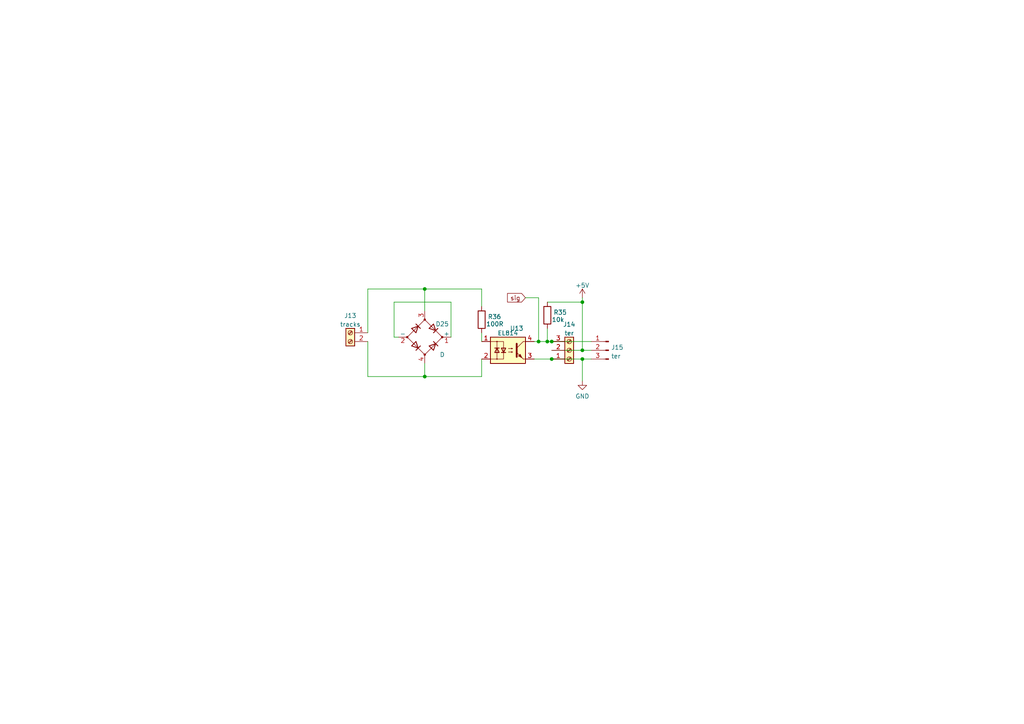
<source format=kicad_sch>
(kicad_sch (version 20230121) (generator eeschema)
  (paper "A4")
  (lib_symbols
    (symbol "Connector:Conn_01x03_Male" (pin_names (offset 1.016) hide)
      (property "Reference" "J" (at 0 5.08 0))
      (property "Value" "Conn_01x03_Male" (at 0 -5.08 0))
      (symbol "Conn_01x03_Male_1_1"
        (polyline (pts (xy 1.27 -2.54) (xy 0.8636 -2.54)) (stroke (width 0.1524)))
        (polyline (pts (xy 1.27 0) (xy 0.8636 0)) (stroke (width 0.1524)))
        (polyline (pts (xy 1.27 2.54) (xy 0.8636 2.54)) (stroke (width 0.1524)))
        (rectangle (start 0.8636 -2.413) (end 0 -2.667) (stroke (width 0.1524)) (fill (type outline)))
        (rectangle (start 0.8636 0.127) (end 0 -0.127) (stroke (width 0.1524)) (fill (type outline)))
        (rectangle (start 0.8636 2.667) (end 0 2.413) (stroke (width 0.1524)) (fill (type outline)))
        (pin passive line (at 5.08 2.54 180) (length 3.81) (name "Pin_1") (number "1"))
        (pin passive line (at 5.08 0 180) (length 3.81) (name "Pin_2") (number "2"))
        (pin passive line (at 5.08 -2.54 180) (length 3.81) (name "Pin_3") (number "3"))
      )
    )
    (symbol "Connector:Screw_Terminal_01x02" (pin_names (offset 1.016) hide)
      (property "Reference" "J" (at 0 2.54 0))
      (property "Value" "Screw_Terminal_01x02" (at 0 -5.08 0))
      (symbol "Screw_Terminal_01x02_1_1"
        (rectangle (start -1.27 1.27) (end 1.27 -3.81) (stroke (width 0.254)) (fill (type background)))
        (circle (center 0 -2.54) (radius 0.635) (stroke (width 0.1524)))
        (polyline (pts (xy -0.5334 -2.2098) (xy 0.3302 -3.048)) (stroke (width 0.1524)))
        (polyline (pts (xy -0.5334 0.3302) (xy 0.3302 -0.508)) (stroke (width 0.1524)))
        (polyline (pts (xy -0.3556 -2.032) (xy 0.508 -2.8702)) (stroke (width 0.1524)))
        (polyline (pts (xy -0.3556 0.508) (xy 0.508 -0.3302)) (stroke (width 0.1524)))
        (circle (center 0 0) (radius 0.635) (stroke (width 0.1524)))
        (pin passive line (at -5.08 0 0) (length 3.81) (name "Pin_1") (number "1"))
        (pin passive line (at -5.08 -2.54 0) (length 3.81) (name "Pin_2") (number "2"))
      )
    )
    (symbol "Connector:Screw_Terminal_01x03" (pin_names (offset 1.016) hide)
      (property "Reference" "J" (at 0 5.08 0))
      (property "Value" "Screw_Terminal_01x03" (at 0 -5.08 0))
      (symbol "Screw_Terminal_01x03_1_1"
        (rectangle (start -1.27 3.81) (end 1.27 -3.81) (stroke (width 0.254)) (fill (type background)))
        (circle (center 0 -2.54) (radius 0.635) (stroke (width 0.1524)))
        (polyline (pts (xy -0.5334 -2.2098) (xy 0.3302 -3.048)) (stroke (width 0.1524)))
        (polyline (pts (xy -0.5334 0.3302) (xy 0.3302 -0.508)) (stroke (width 0.1524)))
        (polyline (pts (xy -0.5334 2.8702) (xy 0.3302 2.032)) (stroke (width 0.1524)))
        (polyline (pts (xy -0.3556 -2.032) (xy 0.508 -2.8702)) (stroke (width 0.1524)))
        (polyline (pts (xy -0.3556 0.508) (xy 0.508 -0.3302)) (stroke (width 0.1524)))
        (polyline (pts (xy -0.3556 3.048) (xy 0.508 2.2098)) (stroke (width 0.1524)))
        (circle (center 0 0) (radius 0.635) (stroke (width 0.1524)))
        (circle (center 0 2.54) (radius 0.635) (stroke (width 0.1524)))
        (pin passive line (at -5.08 2.54 0) (length 3.81) (name "Pin_1") (number "1"))
        (pin passive line (at -5.08 0 0) (length 3.81) (name "Pin_2") (number "2"))
        (pin passive line (at -5.08 -2.54 0) (length 3.81) (name "Pin_3") (number "3"))
      )
    )
    (symbol "Device:D_Bridge_+-AA" (pin_names (offset 0))
      (property "Reference" "D" (at 2.54 6.985 0))
      (property "Value" "D_Bridge_+-AA" (at 2.54 5.08 0))
      (symbol "D_Bridge_+-AA_0_1"
        (circle (center -5.08 0) (radius 0.254) (fill (type outline)))
        (circle (center 0 -5.08) (radius 0.254) (fill (type outline)))
        (polyline (pts (xy -2.54 3.81) (xy -1.27 2.54)) (stroke (width 0.254)))
        (polyline (pts (xy -1.27 -2.54) (xy -2.54 -3.81)) (stroke (width 0.254)))
        (polyline (pts (xy 2.54 -1.27) (xy 3.81 -2.54)) (stroke (width 0.254)))
        (polyline (pts (xy 2.54 1.27) (xy 3.81 2.54)) (stroke (width 0.254)))
        (polyline (pts (xy -3.81 2.54) (xy -2.54 1.27) (xy -1.905 3.175) (xy -3.81 2.54)) (stroke (width 0.254)))
        (polyline (pts (xy -2.54 -1.27) (xy -3.81 -2.54) (xy -1.905 -3.175) (xy -2.54 -1.27)) (stroke (width 0.254)))
        (polyline (pts (xy 1.27 2.54) (xy 2.54 3.81) (xy 3.175 1.905) (xy 1.27 2.54)) (stroke (width 0.254)))
        (polyline (pts (xy 3.175 -1.905) (xy 1.27 -2.54) (xy 2.54 -3.81) (xy 3.175 -1.905)) (stroke (width 0.254)))
        (polyline (pts (xy -5.08 0) (xy 0 -5.08) (xy 5.08 0) (xy 0 5.08) (xy -5.08 0)))
        (circle (center 0 5.08) (radius 0.254) (fill (type outline)))
        (circle (center 5.08 0) (radius 0.254) (fill (type outline)))
      )
      (symbol "D_Bridge_+-AA_1_1"
        (pin passive line (at 7.62 0 180) (length 2.54) (name "+") (number "1"))
        (pin passive line (at -7.62 0 0) (length 2.54) (name "-") (number "2"))
        (pin passive line (at 0 7.62 270) (length 2.54) (name "~") (number "3"))
        (pin passive line (at 0 -7.62 90) (length 2.54) (name "~") (number "4"))
      )
    )
    (symbol "Device:R" (pin_numbers hide) (pin_names (offset 0))
      (property "Reference" "R" (at 2.032 0 90))
      (property "Value" "R" (at 0 0 90))
      (symbol "R_0_1"
        (rectangle (start -1.016 -2.54) (end 1.016 2.54) (stroke (width 0.254)))
      )
      (symbol "R_1_1"
        (pin passive line (at 0 3.81 270) (length 1.27) (name "~") (number "1"))
        (pin passive line (at 0 -3.81 90) (length 1.27) (name "~") (number "2"))
      )
    )
    (symbol "Isolator:EL814" (pin_names (offset 1.016))
      (property "Reference" "U" (at -5.334 4.826 0))
      (property "Value" "EL814" (at 0 5.08 0))
      (symbol "EL814_0_1"
        (rectangle (start -5.08 3.81) (end 5.08 -3.81) (stroke (width 0.254)) (fill (type background)))
        (circle (center -3.175 -2.54) (radius 0.127))
        (circle (center -3.175 2.54) (radius 0.127))
        (polyline (pts (xy -3.81 0.635) (xy -2.54 0.635)) (stroke (width 0.254)))
        (polyline (pts (xy -3.175 -0.635) (xy -3.175 -2.54)))
        (polyline (pts (xy -3.175 0.635) (xy -3.175 -0.635)))
        (polyline (pts (xy -3.175 0.635) (xy -3.175 2.54)))
        (polyline (pts (xy -1.905 -0.635) (xy -0.635 -0.635)) (stroke (width 0.254)))
        (polyline (pts (xy -1.27 0.635) (xy -1.27 -0.635)))
        (polyline (pts (xy 2.54 0.635) (xy 4.445 2.54)))
        (polyline (pts (xy 4.445 -2.54) (xy 2.54 -0.635)) (fill (type outline)))
        (polyline (pts (xy 4.445 -2.54) (xy 5.08 -2.54)))
        (polyline (pts (xy 4.445 2.54) (xy 5.08 2.54)))
        (polyline (pts (xy -5.08 2.54) (xy -1.27 2.54) (xy -1.27 0.635)))
        (polyline (pts (xy -1.27 -0.635) (xy -1.27 -2.54) (xy -5.08 -2.54)))
        (polyline (pts (xy 2.54 1.905) (xy 2.54 -1.905) (xy 2.54 -1.905)) (stroke (width 0.508)))
        (polyline (pts (xy -3.175 0.635) (xy -3.81 -0.635) (xy -2.54 -0.635) (xy -3.175 0.635)) (stroke (width 0.254)))
        (polyline (pts (xy -1.27 -0.635) (xy -1.905 0.635) (xy -0.635 0.635) (xy -1.27 -0.635)) (stroke (width 0.254)))
        (polyline (pts (xy 0.127 -0.508) (xy 1.397 -0.508) (xy 1.016 -0.635) (xy 1.016 -0.381) (xy 1.397 -0.508)))
        (polyline (pts (xy 0.127 0.508) (xy 1.397 0.508) (xy 1.016 0.381) (xy 1.016 0.635) (xy 1.397 0.508)))
        (polyline (pts (xy 3.048 -1.651) (xy 3.556 -1.143) (xy 4.064 -2.159) (xy 3.048 -1.651) (xy 3.048 -1.651)) (fill (type outline)))
      )
      (symbol "EL814_1_1"
        (pin passive line (at -7.62 2.54 0) (length 2.54) (name "~") (number "1"))
        (pin passive line (at -7.62 -2.54 0) (length 2.54) (name "~") (number "2"))
        (pin passive line (at 7.62 -2.54 180) (length 2.54) (name "~") (number "3"))
        (pin passive line (at 7.62 2.54 180) (length 2.54) (name "~") (number "4"))
      )
    )
    (symbol "power:+5V" (power) (pin_names (offset 0))
      (property "Value" "+5V" (at 0 3.556 0))
      (symbol "+5V_0_1"
        (polyline (pts (xy -0.762 1.27) (xy 0 2.54)))
        (polyline (pts (xy 0 0) (xy 0 2.54)))
        (polyline (pts (xy 0 2.54) (xy 0.762 1.27)))
      )
      (symbol "+5V_1_1"
        (pin power_in line (at 0 0 90) (length 0) hide (name "+5V") (number "1"))
      )
    )
    (symbol "power:GND" (power) (pin_names (offset 0))
      (property "Value" "GND" (at 0 -3.81 0))
      (symbol "GND_0_1"
        (polyline (pts (xy 0 0) (xy 0 -1.27) (xy 1.27 -1.27) (xy 0 -2.54) (xy -1.27 -1.27) (xy 0 -1.27)))
      )
      (symbol "GND_1_1"
        (pin power_in line (at 0 0 270) (length 0) hide (name "GND") (number "1"))
      )
    )
  )
  (junction (at 168.91 101.6))
  (junction (at 168.91 87.63))
  (junction (at 123.19 83.82))
  (junction (at 160.02 99.06))
  (junction (at 156.21 99.06))
  (junction (at 123.19 109.22))
  (junction (at 168.91 104.14))
  (junction (at 158.75 99.06))
  (junction (at 160.02 104.14))
  (wire (pts (xy 114.3 97.79) (xy 114.3 87.63)))
  (wire (pts (xy 158.75 95.25) (xy 158.75 99.06)))
  (wire (pts (xy 168.91 104.14) (xy 168.91 110.49)))
  (wire (pts (xy 106.68 96.52) (xy 106.68 83.82)))
  (wire (pts (xy 160.02 99.06) (xy 171.45 99.06)))
  (wire (pts (xy 154.94 104.14) (xy 160.02 104.14)))
  (wire (pts (xy 156.21 86.36) (xy 156.21 99.06)))
  (wire (pts (xy 106.68 109.22) (xy 123.19 109.22)))
  (wire (pts (xy 139.7 109.22) (xy 123.19 109.22)))
  (wire (pts (xy 123.19 90.17) (xy 123.19 83.82)))
  (wire (pts (xy 168.91 86.36) (xy 168.91 87.63)))
  (wire (pts (xy 139.7 96.52) (xy 139.7 99.06)))
  (wire (pts (xy 115.57 97.79) (xy 114.3 97.79)))
  (wire (pts (xy 114.3 87.63) (xy 130.81 87.63)))
  (wire (pts (xy 154.94 99.06) (xy 156.21 99.06)))
  (wire (pts (xy 160.02 104.14) (xy 168.91 104.14)))
  (wire (pts (xy 106.68 99.06) (xy 106.68 109.22)))
  (wire (pts (xy 139.7 104.14) (xy 139.7 109.22)))
  (wire (pts (xy 130.81 87.63) (xy 130.81 97.79)))
  (wire (pts (xy 168.91 87.63) (xy 168.91 101.6)))
  (wire (pts (xy 168.91 101.6) (xy 171.45 101.6)))
  (wire (pts (xy 123.19 109.22) (xy 123.19 105.41)))
  (wire (pts (xy 156.21 99.06) (xy 158.75 99.06)))
  (wire (pts (xy 139.7 83.82) (xy 139.7 88.9)))
  (wire (pts (xy 158.75 99.06) (xy 160.02 99.06)))
  (wire (pts (xy 168.91 104.14) (xy 171.45 104.14)))
  (wire (pts (xy 152.4 86.36) (xy 156.21 86.36)))
  (wire (pts (xy 160.02 101.6) (xy 168.91 101.6)))
  (wire (pts (xy 106.68 83.82) (xy 123.19 83.82)))
  (wire (pts (xy 123.19 83.82) (xy 139.7 83.82)))
  (wire (pts (xy 158.75 87.63) (xy 168.91 87.63)))
  (global_label "sig" (shape input) (at 152.4 86.36 180) (property "Intersheetrefs" "${INTERSHEET_REFS}" (effects hide)))
  (symbol (lib_id "Device:R") (at 139.7 92.71 0) (unit 1)
    (property "Reference" "R36" (at 141.478 91.8753 0) (effects (justify left)))
    (property "Value" "100R" (at 140.97 93.98 0) (effects (justify left)))
    (property "Footprint" "Resistor_THT:R_Axial_DIN0204_L3.6mm_D1.6mm_P7.62mm_Horizontal" (effects hide))
  )
  (symbol (lib_id "Device:D_Bridge_+-AA") (at 123.19 97.79 0) (unit 1)
    (property "Reference" "D25" (at 128.27 93.98 0))
    (property "Value" "D" (at 128.27 102.87 0))
    (property "Footprint" "Diode_THT:Diode_Bridge_DIP-4_W7.62mm_P5.08mm" (effects hide))
  )
  (symbol (lib_id "Device:R") (at 158.75 91.44 0) (unit 1)
    (property "Reference" "R35" (at 160.528 90.6053 0) (effects (justify left)))
    (property "Value" "10k" (at 160.02 92.71 0) (effects (justify left)))
    (property "Footprint" "Resistor_THT:R_Axial_DIN0204_L3.6mm_D1.6mm_P7.62mm_Horizontal" (effects hide))
  )
  (symbol (lib_id "Connector:Conn_01x03_Male") (at 176.53 101.6 0) (mirror y) (unit 1)
    (property "Reference" "J15" (at 177.2412 100.7653 0) (effects (justify right)))
    (property "Value" "ter" (at 177.2412 103.3022 0) (effects (justify right)))
    (property "Footprint" "Connector_PinHeader_2.54mm:PinHeader_1x03_P2.54mm_Horizontal" (effects hide))
  )
  (symbol (lib_id "Connector:Screw_Terminal_01x02") (at 101.6 96.52 0) (mirror y) (unit 1)
    (property "Reference" "J13" (at 101.6 91.5502 0))
    (property "Value" "tracks" (at 101.6 94.0871 0))
    (property "Footprint" "TerminalBlock_Phoenix:TerminalBlock_Phoenix_MKDS-1,5-2-5.08_1x02_P5.08mm_Horizontal" (effects hide))
  )
  (symbol (lib_id "Connector:Screw_Terminal_01x03") (at 165.1 101.6 0) (mirror x) (unit 1)
    (property "Reference" "J14" (at 165.1 94.0902 0))
    (property "Value" "ter" (at 165.1 96.6271 0))
    (property "Footprint" "TerminalBlock_Phoenix:TerminalBlock_Phoenix_MKDS-1,5-3-5.08_1x03_P5.08mm_Horizontal" (effects hide))
  )
  (symbol (lib_id "power:+5V") (at 168.91 86.36 0) (unit 1)
    (property "Reference" "#PWR049" (effects hide))
    (property "Value" "+5V" (at 168.91 82.7842 0))
  )
  (symbol (lib_id "power:GND") (at 168.91 110.49 0) (unit 1)
    (property "Reference" "#PWR050" (effects hide))
    (property "Value" "GND" (at 168.91 114.9334 0))
  )
  (symbol (lib_id "Isolator:EL814") (at 147.32 101.6 0) (unit 1)
    (property "Reference" "U13" (at 149.86 95.25 0))
    (property "Value" "EL814" (at 147.32 96.6271 0))
    (property "Footprint" "Package_DIP:DIP-4_W7.62mm" (effects hide))
    (property "Datasheet" "http://www.everlight.com/file/ProductFile/EL814.pdf" (effects hide))
  )
)
</source>
